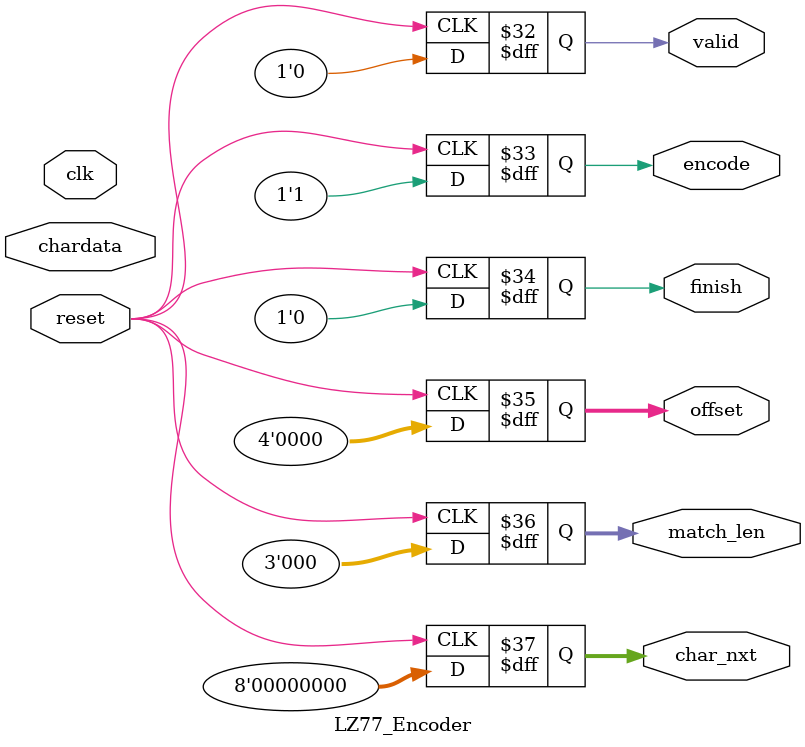
<source format=v>
module LZ77_Encoder(clk,reset,chardata,valid,encode,finish,offset,match_len,char_nxt);


input 				clk;
input 				reset;
input 		[7:0] 	chardata;
output reg 			valid;
output reg 			encode;
output reg 			finish;
output reg	[3:0] 	offset;
output reg	[2:0] 	match_len;
output reg 	[7:0] 	char_nxt;

// 0~7 is look-ahead buffer, 8-16 is search buffer
reg [7:0] buff[16:0];
reg [3:0] hold;
reg [16:0] buff_BM;

always @(posedge reset) begin
	buff_BM <= 17'h00000;
	valid <= 1'b0;
	encode <= 1'b1;
	finish <= 1'b0;
	offset <= 4'h0;
	match_len <= 3'h0;
	char_nxt <= 8'h00;
end

// data stream
integer i;
always @(posedge clk) begin
	buff[0] <= chardata;
	buff_BM[0] <= 1'b1;
	for (i=0; i<16; i=i+1) begin
		buff[i+1] <= buff[i];
		buff_BM[i+1] <= buff_BM[i];
	end
end

reg [7:0] cmp_result[8:0];
reg [7:0] v_result;

generate
	genvar j;
	for (j=0; j<9; j=j+1) begin: CMP
		cmp Cmp(.buff1({buff[16-j], buff[15-j], buff[14-j], buff[13-j], buff[12-j], buff[11-j], buff[10-j], buff[9-j]}), .buff2({buff[7], buff[6], buff[5], buff[4], buff[3], buff[2], buff[1], buff[0]}), .result(cmp_result[8-j]));
	end
endgenerate
/*
always @(posedge clk) begin
	if (!hold & buff_BM[7]) begin
		hold <= hold;
		valid <= 1'b1;
		if (buff_BM[16] & ) begin
			offset <= 4'h8;
			v_result <= cmp_result[8];
		end else if (buff_BM[15] & ) begin
			offset <= 4'h7;
			v_result <= cmp_result[7];
		end else if (buff_BM[14] & ) begin
			offset <= 4'h6;
			v_result <= cmp_result[6];
		end else if (buff_BM[13] & ) begin
			offset <= 4'h5;
			v_result <= cmp_result[5];
		end else if (buff_BM[12] & ) begin
			offset <= 4'h4;
			v_result <= cmp_result[4];
		end else if (buff_BM[11] & ) begin
			offset <= 4'h3;
			v_result <= cmp_result[3];
		end else if (buff_BM[10] & ) begin
			offset <= 4'h2;
			v_result <= cmp_result[2];
		end else if (buff_BM[9] & ) begin
			offset <= 4'h1;
			v_result <= cmp_result[1];
		end else if (buff_BM[8] & ) begin
			offset <= 4'h0;
			v_result <= cmp_result[0];
		end else begin
			offset <= 4'h0;
			v_result <= 8'hFF;
		end
	end else if (~buff_BM[7]) begin
		valid <= 1'b0;
		offset <= 4'h0;
		match_len <= 3'h0;
		char_nxt <= 8'h00;
	end else
		hold <= hold - 1;
end
*/
endmodule


</source>
